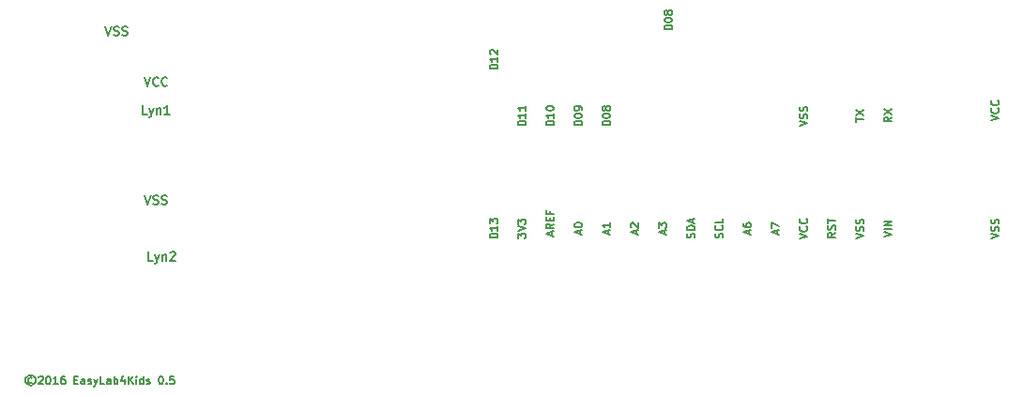
<source format=gbr>
G04 #@! TF.FileFunction,Legend,Top*
%FSLAX46Y46*%
G04 Gerber Fmt 4.6, Leading zero omitted, Abs format (unit mm)*
G04 Created by KiCad (PCBNEW 4.0.4-stable) date 11/04/16 20:48:05*
%MOMM*%
%LPD*%
G01*
G04 APERTURE LIST*
%ADD10C,0.100000*%
%ADD11C,0.175000*%
%ADD12C,0.200000*%
G04 APERTURE END LIST*
D10*
D11*
X67172667Y-36693333D02*
X67172667Y-36359999D01*
X67372667Y-36759999D02*
X66672667Y-36526666D01*
X67372667Y-36293333D01*
X67372667Y-35659999D02*
X67039333Y-35893333D01*
X67372667Y-36059999D02*
X66672667Y-36059999D01*
X66672667Y-35793333D01*
X66706000Y-35726666D01*
X66739333Y-35693333D01*
X66806000Y-35659999D01*
X66906000Y-35659999D01*
X66972667Y-35693333D01*
X67006000Y-35726666D01*
X67039333Y-35793333D01*
X67039333Y-36059999D01*
X67006000Y-35359999D02*
X67006000Y-35126666D01*
X67372667Y-35026666D02*
X67372667Y-35359999D01*
X66672667Y-35359999D01*
X66672667Y-35026666D01*
X67006000Y-34493333D02*
X67006000Y-34726666D01*
X67372667Y-34726666D02*
X66672667Y-34726666D01*
X66672667Y-34393333D01*
X87492667Y-36568000D02*
X87492667Y-36234666D01*
X87692667Y-36634666D02*
X86992667Y-36401333D01*
X87692667Y-36168000D01*
X86992667Y-36001333D02*
X86992667Y-35534666D01*
X87692667Y-35834666D01*
X84952667Y-36568000D02*
X84952667Y-36234666D01*
X85152667Y-36634666D02*
X84452667Y-36401333D01*
X85152667Y-36168000D01*
X84452667Y-35634666D02*
X84452667Y-35768000D01*
X84486000Y-35834666D01*
X84519333Y-35868000D01*
X84619333Y-35934666D01*
X84752667Y-35968000D01*
X85019333Y-35968000D01*
X85086000Y-35934666D01*
X85119333Y-35901333D01*
X85152667Y-35834666D01*
X85152667Y-35701333D01*
X85119333Y-35634666D01*
X85086000Y-35601333D01*
X85019333Y-35568000D01*
X84852667Y-35568000D01*
X84786000Y-35601333D01*
X84752667Y-35634666D01*
X84719333Y-35701333D01*
X84719333Y-35834666D01*
X84752667Y-35901333D01*
X84786000Y-35934666D01*
X84852667Y-35968000D01*
X78040667Y-18122000D02*
X77340667Y-18122000D01*
X77340667Y-17955334D01*
X77374000Y-17855334D01*
X77440667Y-17788667D01*
X77507333Y-17755334D01*
X77640667Y-17722000D01*
X77740667Y-17722000D01*
X77874000Y-17755334D01*
X77940667Y-17788667D01*
X78007333Y-17855334D01*
X78040667Y-17955334D01*
X78040667Y-18122000D01*
X77340667Y-17288667D02*
X77340667Y-17222000D01*
X77374000Y-17155334D01*
X77407333Y-17122000D01*
X77474000Y-17088667D01*
X77607333Y-17055334D01*
X77774000Y-17055334D01*
X77907333Y-17088667D01*
X77974000Y-17122000D01*
X78007333Y-17155334D01*
X78040667Y-17222000D01*
X78040667Y-17288667D01*
X78007333Y-17355334D01*
X77974000Y-17388667D01*
X77907333Y-17422000D01*
X77774000Y-17455334D01*
X77607333Y-17455334D01*
X77474000Y-17422000D01*
X77407333Y-17388667D01*
X77374000Y-17355334D01*
X77340667Y-17288667D01*
X77640667Y-16655333D02*
X77607333Y-16722000D01*
X77574000Y-16755333D01*
X77507333Y-16788667D01*
X77474000Y-16788667D01*
X77407333Y-16755333D01*
X77374000Y-16722000D01*
X77340667Y-16655333D01*
X77340667Y-16522000D01*
X77374000Y-16455333D01*
X77407333Y-16422000D01*
X77474000Y-16388667D01*
X77507333Y-16388667D01*
X77574000Y-16422000D01*
X77607333Y-16455333D01*
X77640667Y-16522000D01*
X77640667Y-16655333D01*
X77674000Y-16722000D01*
X77707333Y-16755333D01*
X77774000Y-16788667D01*
X77907333Y-16788667D01*
X77974000Y-16755333D01*
X78007333Y-16722000D01*
X78040667Y-16655333D01*
X78040667Y-16522000D01*
X78007333Y-16455333D01*
X77974000Y-16422000D01*
X77907333Y-16388667D01*
X77774000Y-16388667D01*
X77707333Y-16422000D01*
X77674000Y-16455333D01*
X77640667Y-16522000D01*
X72452667Y-26758000D02*
X71752667Y-26758000D01*
X71752667Y-26591334D01*
X71786000Y-26491334D01*
X71852667Y-26424667D01*
X71919333Y-26391334D01*
X72052667Y-26358000D01*
X72152667Y-26358000D01*
X72286000Y-26391334D01*
X72352667Y-26424667D01*
X72419333Y-26491334D01*
X72452667Y-26591334D01*
X72452667Y-26758000D01*
X71752667Y-25924667D02*
X71752667Y-25858000D01*
X71786000Y-25791334D01*
X71819333Y-25758000D01*
X71886000Y-25724667D01*
X72019333Y-25691334D01*
X72186000Y-25691334D01*
X72319333Y-25724667D01*
X72386000Y-25758000D01*
X72419333Y-25791334D01*
X72452667Y-25858000D01*
X72452667Y-25924667D01*
X72419333Y-25991334D01*
X72386000Y-26024667D01*
X72319333Y-26058000D01*
X72186000Y-26091334D01*
X72019333Y-26091334D01*
X71886000Y-26058000D01*
X71819333Y-26024667D01*
X71786000Y-25991334D01*
X71752667Y-25924667D01*
X72052667Y-25291333D02*
X72019333Y-25358000D01*
X71986000Y-25391333D01*
X71919333Y-25424667D01*
X71886000Y-25424667D01*
X71819333Y-25391333D01*
X71786000Y-25358000D01*
X71752667Y-25291333D01*
X71752667Y-25158000D01*
X71786000Y-25091333D01*
X71819333Y-25058000D01*
X71886000Y-25024667D01*
X71919333Y-25024667D01*
X71986000Y-25058000D01*
X72019333Y-25091333D01*
X72052667Y-25158000D01*
X72052667Y-25291333D01*
X72086000Y-25358000D01*
X72119333Y-25391333D01*
X72186000Y-25424667D01*
X72319333Y-25424667D01*
X72386000Y-25391333D01*
X72419333Y-25358000D01*
X72452667Y-25291333D01*
X72452667Y-25158000D01*
X72419333Y-25091333D01*
X72386000Y-25058000D01*
X72319333Y-25024667D01*
X72186000Y-25024667D01*
X72119333Y-25058000D01*
X72086000Y-25091333D01*
X72052667Y-25158000D01*
X69912667Y-26758000D02*
X69212667Y-26758000D01*
X69212667Y-26591334D01*
X69246000Y-26491334D01*
X69312667Y-26424667D01*
X69379333Y-26391334D01*
X69512667Y-26358000D01*
X69612667Y-26358000D01*
X69746000Y-26391334D01*
X69812667Y-26424667D01*
X69879333Y-26491334D01*
X69912667Y-26591334D01*
X69912667Y-26758000D01*
X69212667Y-25924667D02*
X69212667Y-25858000D01*
X69246000Y-25791334D01*
X69279333Y-25758000D01*
X69346000Y-25724667D01*
X69479333Y-25691334D01*
X69646000Y-25691334D01*
X69779333Y-25724667D01*
X69846000Y-25758000D01*
X69879333Y-25791334D01*
X69912667Y-25858000D01*
X69912667Y-25924667D01*
X69879333Y-25991334D01*
X69846000Y-26024667D01*
X69779333Y-26058000D01*
X69646000Y-26091334D01*
X69479333Y-26091334D01*
X69346000Y-26058000D01*
X69279333Y-26024667D01*
X69246000Y-25991334D01*
X69212667Y-25924667D01*
X69912667Y-25358000D02*
X69912667Y-25224667D01*
X69879333Y-25158000D01*
X69846000Y-25124667D01*
X69746000Y-25058000D01*
X69612667Y-25024667D01*
X69346000Y-25024667D01*
X69279333Y-25058000D01*
X69246000Y-25091333D01*
X69212667Y-25158000D01*
X69212667Y-25291333D01*
X69246000Y-25358000D01*
X69279333Y-25391333D01*
X69346000Y-25424667D01*
X69512667Y-25424667D01*
X69579333Y-25391333D01*
X69612667Y-25358000D01*
X69646000Y-25291333D01*
X69646000Y-25158000D01*
X69612667Y-25091333D01*
X69579333Y-25058000D01*
X69512667Y-25024667D01*
X106804667Y-36968000D02*
X107504667Y-36734667D01*
X106804667Y-36501334D01*
X107471333Y-36301334D02*
X107504667Y-36201334D01*
X107504667Y-36034667D01*
X107471333Y-35968000D01*
X107438000Y-35934667D01*
X107371333Y-35901334D01*
X107304667Y-35901334D01*
X107238000Y-35934667D01*
X107204667Y-35968000D01*
X107171333Y-36034667D01*
X107138000Y-36168000D01*
X107104667Y-36234667D01*
X107071333Y-36268000D01*
X107004667Y-36301334D01*
X106938000Y-36301334D01*
X106871333Y-36268000D01*
X106838000Y-36234667D01*
X106804667Y-36168000D01*
X106804667Y-36001334D01*
X106838000Y-35901334D01*
X107471333Y-35634667D02*
X107504667Y-35534667D01*
X107504667Y-35368000D01*
X107471333Y-35301333D01*
X107438000Y-35268000D01*
X107371333Y-35234667D01*
X107304667Y-35234667D01*
X107238000Y-35268000D01*
X107204667Y-35301333D01*
X107171333Y-35368000D01*
X107138000Y-35501333D01*
X107104667Y-35568000D01*
X107071333Y-35601333D01*
X107004667Y-35634667D01*
X106938000Y-35634667D01*
X106871333Y-35601333D01*
X106838000Y-35568000D01*
X106804667Y-35501333D01*
X106804667Y-35334667D01*
X106838000Y-35234667D01*
X106804667Y-26333333D02*
X107504667Y-26100000D01*
X106804667Y-25866667D01*
X107438000Y-25233333D02*
X107471333Y-25266667D01*
X107504667Y-25366667D01*
X107504667Y-25433333D01*
X107471333Y-25533333D01*
X107404667Y-25600000D01*
X107338000Y-25633333D01*
X107204667Y-25666667D01*
X107104667Y-25666667D01*
X106971333Y-25633333D01*
X106904667Y-25600000D01*
X106838000Y-25533333D01*
X106804667Y-25433333D01*
X106804667Y-25366667D01*
X106838000Y-25266667D01*
X106871333Y-25233333D01*
X107438000Y-24533333D02*
X107471333Y-24566667D01*
X107504667Y-24666667D01*
X107504667Y-24733333D01*
X107471333Y-24833333D01*
X107404667Y-24900000D01*
X107338000Y-24933333D01*
X107204667Y-24966667D01*
X107104667Y-24966667D01*
X106971333Y-24933333D01*
X106904667Y-24900000D01*
X106838000Y-24833333D01*
X106804667Y-24733333D01*
X106804667Y-24666667D01*
X106838000Y-24566667D01*
X106871333Y-24533333D01*
X64132667Y-36934667D02*
X64132667Y-36501334D01*
X64399333Y-36734667D01*
X64399333Y-36634667D01*
X64432667Y-36568000D01*
X64466000Y-36534667D01*
X64532667Y-36501334D01*
X64699333Y-36501334D01*
X64766000Y-36534667D01*
X64799333Y-36568000D01*
X64832667Y-36634667D01*
X64832667Y-36834667D01*
X64799333Y-36901334D01*
X64766000Y-36934667D01*
X64132667Y-36301333D02*
X64832667Y-36068000D01*
X64132667Y-35834667D01*
X64132667Y-35668000D02*
X64132667Y-35234667D01*
X64399333Y-35468000D01*
X64399333Y-35368000D01*
X64432667Y-35301333D01*
X64466000Y-35268000D01*
X64532667Y-35234667D01*
X64699333Y-35234667D01*
X64766000Y-35268000D01*
X64799333Y-35301333D01*
X64832667Y-35368000D01*
X64832667Y-35568000D01*
X64799333Y-35634667D01*
X64766000Y-35668000D01*
X92772667Y-36451333D02*
X92439333Y-36684667D01*
X92772667Y-36851333D02*
X92072667Y-36851333D01*
X92072667Y-36584667D01*
X92106000Y-36518000D01*
X92139333Y-36484667D01*
X92206000Y-36451333D01*
X92306000Y-36451333D01*
X92372667Y-36484667D01*
X92406000Y-36518000D01*
X92439333Y-36584667D01*
X92439333Y-36851333D01*
X92739333Y-36184667D02*
X92772667Y-36084667D01*
X92772667Y-35918000D01*
X92739333Y-35851333D01*
X92706000Y-35818000D01*
X92639333Y-35784667D01*
X92572667Y-35784667D01*
X92506000Y-35818000D01*
X92472667Y-35851333D01*
X92439333Y-35918000D01*
X92406000Y-36051333D01*
X92372667Y-36118000D01*
X92339333Y-36151333D01*
X92272667Y-36184667D01*
X92206000Y-36184667D01*
X92139333Y-36151333D01*
X92106000Y-36118000D01*
X92072667Y-36051333D01*
X92072667Y-35884667D01*
X92106000Y-35784667D01*
X92072667Y-35584666D02*
X92072667Y-35184666D01*
X92772667Y-35384666D02*
X92072667Y-35384666D01*
X82579333Y-36901334D02*
X82612667Y-36801334D01*
X82612667Y-36634667D01*
X82579333Y-36568000D01*
X82546000Y-36534667D01*
X82479333Y-36501334D01*
X82412667Y-36501334D01*
X82346000Y-36534667D01*
X82312667Y-36568000D01*
X82279333Y-36634667D01*
X82246000Y-36768000D01*
X82212667Y-36834667D01*
X82179333Y-36868000D01*
X82112667Y-36901334D01*
X82046000Y-36901334D01*
X81979333Y-36868000D01*
X81946000Y-36834667D01*
X81912667Y-36768000D01*
X81912667Y-36601334D01*
X81946000Y-36501334D01*
X82546000Y-35801333D02*
X82579333Y-35834667D01*
X82612667Y-35934667D01*
X82612667Y-36001333D01*
X82579333Y-36101333D01*
X82512667Y-36168000D01*
X82446000Y-36201333D01*
X82312667Y-36234667D01*
X82212667Y-36234667D01*
X82079333Y-36201333D01*
X82012667Y-36168000D01*
X81946000Y-36101333D01*
X81912667Y-36001333D01*
X81912667Y-35934667D01*
X81946000Y-35834667D01*
X81979333Y-35801333D01*
X82612667Y-35168000D02*
X82612667Y-35501333D01*
X81912667Y-35501333D01*
X20299333Y-49567333D02*
X20232667Y-49534000D01*
X20099333Y-49534000D01*
X20032667Y-49567333D01*
X19966000Y-49634000D01*
X19932667Y-49700667D01*
X19932667Y-49834000D01*
X19966000Y-49900667D01*
X20032667Y-49967333D01*
X20099333Y-50000667D01*
X20232667Y-50000667D01*
X20299333Y-49967333D01*
X20166000Y-49300667D02*
X19999333Y-49334000D01*
X19832667Y-49434000D01*
X19732667Y-49600667D01*
X19699333Y-49767333D01*
X19732667Y-49934000D01*
X19832667Y-50100667D01*
X19999333Y-50200667D01*
X20166000Y-50234000D01*
X20332667Y-50200667D01*
X20499333Y-50100667D01*
X20599333Y-49934000D01*
X20632667Y-49767333D01*
X20599333Y-49600667D01*
X20499333Y-49434000D01*
X20332667Y-49334000D01*
X20166000Y-49300667D01*
X20899333Y-49467333D02*
X20932667Y-49434000D01*
X20999333Y-49400667D01*
X21166000Y-49400667D01*
X21232667Y-49434000D01*
X21266000Y-49467333D01*
X21299333Y-49534000D01*
X21299333Y-49600667D01*
X21266000Y-49700667D01*
X20866000Y-50100667D01*
X21299333Y-50100667D01*
X21732667Y-49400667D02*
X21799334Y-49400667D01*
X21866000Y-49434000D01*
X21899334Y-49467333D01*
X21932667Y-49534000D01*
X21966000Y-49667333D01*
X21966000Y-49834000D01*
X21932667Y-49967333D01*
X21899334Y-50034000D01*
X21866000Y-50067333D01*
X21799334Y-50100667D01*
X21732667Y-50100667D01*
X21666000Y-50067333D01*
X21632667Y-50034000D01*
X21599334Y-49967333D01*
X21566000Y-49834000D01*
X21566000Y-49667333D01*
X21599334Y-49534000D01*
X21632667Y-49467333D01*
X21666000Y-49434000D01*
X21732667Y-49400667D01*
X22632667Y-50100667D02*
X22232667Y-50100667D01*
X22432667Y-50100667D02*
X22432667Y-49400667D01*
X22366001Y-49500667D01*
X22299334Y-49567333D01*
X22232667Y-49600667D01*
X23232668Y-49400667D02*
X23099334Y-49400667D01*
X23032668Y-49434000D01*
X22999334Y-49467333D01*
X22932668Y-49567333D01*
X22899334Y-49700667D01*
X22899334Y-49967333D01*
X22932668Y-50034000D01*
X22966001Y-50067333D01*
X23032668Y-50100667D01*
X23166001Y-50100667D01*
X23232668Y-50067333D01*
X23266001Y-50034000D01*
X23299334Y-49967333D01*
X23299334Y-49800667D01*
X23266001Y-49734000D01*
X23232668Y-49700667D01*
X23166001Y-49667333D01*
X23032668Y-49667333D01*
X22966001Y-49700667D01*
X22932668Y-49734000D01*
X22899334Y-49800667D01*
X24132668Y-49734000D02*
X24366001Y-49734000D01*
X24466001Y-50100667D02*
X24132668Y-50100667D01*
X24132668Y-49400667D01*
X24466001Y-49400667D01*
X25066001Y-50100667D02*
X25066001Y-49734000D01*
X25032667Y-49667333D01*
X24966001Y-49634000D01*
X24832667Y-49634000D01*
X24766001Y-49667333D01*
X25066001Y-50067333D02*
X24999334Y-50100667D01*
X24832667Y-50100667D01*
X24766001Y-50067333D01*
X24732667Y-50000667D01*
X24732667Y-49934000D01*
X24766001Y-49867333D01*
X24832667Y-49834000D01*
X24999334Y-49834000D01*
X25066001Y-49800667D01*
X25366000Y-50067333D02*
X25432667Y-50100667D01*
X25566000Y-50100667D01*
X25632667Y-50067333D01*
X25666000Y-50000667D01*
X25666000Y-49967333D01*
X25632667Y-49900667D01*
X25566000Y-49867333D01*
X25466000Y-49867333D01*
X25399334Y-49834000D01*
X25366000Y-49767333D01*
X25366000Y-49734000D01*
X25399334Y-49667333D01*
X25466000Y-49634000D01*
X25566000Y-49634000D01*
X25632667Y-49667333D01*
X25899334Y-49634000D02*
X26066001Y-50100667D01*
X26232667Y-49634000D02*
X26066001Y-50100667D01*
X25999334Y-50267333D01*
X25966001Y-50300667D01*
X25899334Y-50334000D01*
X26832667Y-50100667D02*
X26499334Y-50100667D01*
X26499334Y-49400667D01*
X27366001Y-50100667D02*
X27366001Y-49734000D01*
X27332667Y-49667333D01*
X27266001Y-49634000D01*
X27132667Y-49634000D01*
X27066001Y-49667333D01*
X27366001Y-50067333D02*
X27299334Y-50100667D01*
X27132667Y-50100667D01*
X27066001Y-50067333D01*
X27032667Y-50000667D01*
X27032667Y-49934000D01*
X27066001Y-49867333D01*
X27132667Y-49834000D01*
X27299334Y-49834000D01*
X27366001Y-49800667D01*
X27699334Y-50100667D02*
X27699334Y-49400667D01*
X27699334Y-49667333D02*
X27766000Y-49634000D01*
X27899334Y-49634000D01*
X27966000Y-49667333D01*
X27999334Y-49700667D01*
X28032667Y-49767333D01*
X28032667Y-49967333D01*
X27999334Y-50034000D01*
X27966000Y-50067333D01*
X27899334Y-50100667D01*
X27766000Y-50100667D01*
X27699334Y-50067333D01*
X28632667Y-49634000D02*
X28632667Y-50100667D01*
X28466000Y-49367333D02*
X28299333Y-49867333D01*
X28732667Y-49867333D01*
X28999334Y-50100667D02*
X28999334Y-49400667D01*
X29399334Y-50100667D02*
X29099334Y-49700667D01*
X29399334Y-49400667D02*
X28999334Y-49800667D01*
X29699334Y-50100667D02*
X29699334Y-49634000D01*
X29699334Y-49400667D02*
X29666000Y-49434000D01*
X29699334Y-49467333D01*
X29732667Y-49434000D01*
X29699334Y-49400667D01*
X29699334Y-49467333D01*
X30332667Y-50100667D02*
X30332667Y-49400667D01*
X30332667Y-50067333D02*
X30266000Y-50100667D01*
X30132667Y-50100667D01*
X30066000Y-50067333D01*
X30032667Y-50034000D01*
X29999333Y-49967333D01*
X29999333Y-49767333D01*
X30032667Y-49700667D01*
X30066000Y-49667333D01*
X30132667Y-49634000D01*
X30266000Y-49634000D01*
X30332667Y-49667333D01*
X30632666Y-50067333D02*
X30699333Y-50100667D01*
X30832666Y-50100667D01*
X30899333Y-50067333D01*
X30932666Y-50000667D01*
X30932666Y-49967333D01*
X30899333Y-49900667D01*
X30832666Y-49867333D01*
X30732666Y-49867333D01*
X30666000Y-49834000D01*
X30632666Y-49767333D01*
X30632666Y-49734000D01*
X30666000Y-49667333D01*
X30732666Y-49634000D01*
X30832666Y-49634000D01*
X30899333Y-49667333D01*
X31899333Y-49400667D02*
X31966000Y-49400667D01*
X32032666Y-49434000D01*
X32066000Y-49467333D01*
X32099333Y-49534000D01*
X32132666Y-49667333D01*
X32132666Y-49834000D01*
X32099333Y-49967333D01*
X32066000Y-50034000D01*
X32032666Y-50067333D01*
X31966000Y-50100667D01*
X31899333Y-50100667D01*
X31832666Y-50067333D01*
X31799333Y-50034000D01*
X31766000Y-49967333D01*
X31732666Y-49834000D01*
X31732666Y-49667333D01*
X31766000Y-49534000D01*
X31799333Y-49467333D01*
X31832666Y-49434000D01*
X31899333Y-49400667D01*
X32432667Y-50034000D02*
X32466000Y-50067333D01*
X32432667Y-50100667D01*
X32399333Y-50067333D01*
X32432667Y-50034000D01*
X32432667Y-50100667D01*
X33099333Y-49400667D02*
X32766000Y-49400667D01*
X32732666Y-49734000D01*
X32766000Y-49700667D01*
X32832666Y-49667333D01*
X32999333Y-49667333D01*
X33066000Y-49700667D01*
X33099333Y-49734000D01*
X33132666Y-49800667D01*
X33132666Y-49967333D01*
X33099333Y-50034000D01*
X33066000Y-50067333D01*
X32999333Y-50100667D01*
X32832666Y-50100667D01*
X32766000Y-50067333D01*
X32732666Y-50034000D01*
X80039333Y-36918000D02*
X80072667Y-36818000D01*
X80072667Y-36651333D01*
X80039333Y-36584666D01*
X80006000Y-36551333D01*
X79939333Y-36518000D01*
X79872667Y-36518000D01*
X79806000Y-36551333D01*
X79772667Y-36584666D01*
X79739333Y-36651333D01*
X79706000Y-36784666D01*
X79672667Y-36851333D01*
X79639333Y-36884666D01*
X79572667Y-36918000D01*
X79506000Y-36918000D01*
X79439333Y-36884666D01*
X79406000Y-36851333D01*
X79372667Y-36784666D01*
X79372667Y-36618000D01*
X79406000Y-36518000D01*
X80072667Y-36217999D02*
X79372667Y-36217999D01*
X79372667Y-36051333D01*
X79406000Y-35951333D01*
X79472667Y-35884666D01*
X79539333Y-35851333D01*
X79672667Y-35817999D01*
X79772667Y-35817999D01*
X79906000Y-35851333D01*
X79972667Y-35884666D01*
X80039333Y-35951333D01*
X80072667Y-36051333D01*
X80072667Y-36217999D01*
X79872667Y-35551333D02*
X79872667Y-35217999D01*
X80072667Y-35617999D02*
X79372667Y-35384666D01*
X80072667Y-35151333D01*
X97152667Y-36834666D02*
X97852667Y-36601333D01*
X97152667Y-36368000D01*
X97852667Y-36134666D02*
X97152667Y-36134666D01*
X97852667Y-35801333D02*
X97152667Y-35801333D01*
X97852667Y-35401333D01*
X97152667Y-35401333D01*
X89532667Y-26808000D02*
X90232667Y-26574667D01*
X89532667Y-26341334D01*
X90199333Y-26141334D02*
X90232667Y-26041334D01*
X90232667Y-25874667D01*
X90199333Y-25808000D01*
X90166000Y-25774667D01*
X90099333Y-25741334D01*
X90032667Y-25741334D01*
X89966000Y-25774667D01*
X89932667Y-25808000D01*
X89899333Y-25874667D01*
X89866000Y-26008000D01*
X89832667Y-26074667D01*
X89799333Y-26108000D01*
X89732667Y-26141334D01*
X89666000Y-26141334D01*
X89599333Y-26108000D01*
X89566000Y-26074667D01*
X89532667Y-26008000D01*
X89532667Y-25841334D01*
X89566000Y-25741334D01*
X90199333Y-25474667D02*
X90232667Y-25374667D01*
X90232667Y-25208000D01*
X90199333Y-25141333D01*
X90166000Y-25108000D01*
X90099333Y-25074667D01*
X90032667Y-25074667D01*
X89966000Y-25108000D01*
X89932667Y-25141333D01*
X89899333Y-25208000D01*
X89866000Y-25341333D01*
X89832667Y-25408000D01*
X89799333Y-25441333D01*
X89732667Y-25474667D01*
X89666000Y-25474667D01*
X89599333Y-25441333D01*
X89566000Y-25408000D01*
X89532667Y-25341333D01*
X89532667Y-25174667D01*
X89566000Y-25074667D01*
X97852667Y-26024666D02*
X97519333Y-26258000D01*
X97852667Y-26424666D02*
X97152667Y-26424666D01*
X97152667Y-26158000D01*
X97186000Y-26091333D01*
X97219333Y-26058000D01*
X97286000Y-26024666D01*
X97386000Y-26024666D01*
X97452667Y-26058000D01*
X97486000Y-26091333D01*
X97519333Y-26158000D01*
X97519333Y-26424666D01*
X97152667Y-25791333D02*
X97852667Y-25324666D01*
X97152667Y-25324666D02*
X97852667Y-25791333D01*
X94612667Y-26441333D02*
X94612667Y-26041333D01*
X95312667Y-26241333D02*
X94612667Y-26241333D01*
X94612667Y-25874667D02*
X95312667Y-25408000D01*
X94612667Y-25408000D02*
X95312667Y-25874667D01*
X94612667Y-36968000D02*
X95312667Y-36734667D01*
X94612667Y-36501334D01*
X95279333Y-36301334D02*
X95312667Y-36201334D01*
X95312667Y-36034667D01*
X95279333Y-35968000D01*
X95246000Y-35934667D01*
X95179333Y-35901334D01*
X95112667Y-35901334D01*
X95046000Y-35934667D01*
X95012667Y-35968000D01*
X94979333Y-36034667D01*
X94946000Y-36168000D01*
X94912667Y-36234667D01*
X94879333Y-36268000D01*
X94812667Y-36301334D01*
X94746000Y-36301334D01*
X94679333Y-36268000D01*
X94646000Y-36234667D01*
X94612667Y-36168000D01*
X94612667Y-36001334D01*
X94646000Y-35901334D01*
X95279333Y-35634667D02*
X95312667Y-35534667D01*
X95312667Y-35368000D01*
X95279333Y-35301333D01*
X95246000Y-35268000D01*
X95179333Y-35234667D01*
X95112667Y-35234667D01*
X95046000Y-35268000D01*
X95012667Y-35301333D01*
X94979333Y-35368000D01*
X94946000Y-35501333D01*
X94912667Y-35568000D01*
X94879333Y-35601333D01*
X94812667Y-35634667D01*
X94746000Y-35634667D01*
X94679333Y-35601333D01*
X94646000Y-35568000D01*
X94612667Y-35501333D01*
X94612667Y-35334667D01*
X94646000Y-35234667D01*
X89532667Y-37001333D02*
X90232667Y-36768000D01*
X89532667Y-36534667D01*
X90166000Y-35901333D02*
X90199333Y-35934667D01*
X90232667Y-36034667D01*
X90232667Y-36101333D01*
X90199333Y-36201333D01*
X90132667Y-36268000D01*
X90066000Y-36301333D01*
X89932667Y-36334667D01*
X89832667Y-36334667D01*
X89699333Y-36301333D01*
X89632667Y-36268000D01*
X89566000Y-36201333D01*
X89532667Y-36101333D01*
X89532667Y-36034667D01*
X89566000Y-35934667D01*
X89599333Y-35901333D01*
X90166000Y-35201333D02*
X90199333Y-35234667D01*
X90232667Y-35334667D01*
X90232667Y-35401333D01*
X90199333Y-35501333D01*
X90132667Y-35568000D01*
X90066000Y-35601333D01*
X89932667Y-35634667D01*
X89832667Y-35634667D01*
X89699333Y-35601333D01*
X89632667Y-35568000D01*
X89566000Y-35501333D01*
X89532667Y-35401333D01*
X89532667Y-35334667D01*
X89566000Y-35234667D01*
X89599333Y-35201333D01*
X77332667Y-36568000D02*
X77332667Y-36234666D01*
X77532667Y-36634666D02*
X76832667Y-36401333D01*
X77532667Y-36168000D01*
X76832667Y-36001333D02*
X76832667Y-35568000D01*
X77099333Y-35801333D01*
X77099333Y-35701333D01*
X77132667Y-35634666D01*
X77166000Y-35601333D01*
X77232667Y-35568000D01*
X77399333Y-35568000D01*
X77466000Y-35601333D01*
X77499333Y-35634666D01*
X77532667Y-35701333D01*
X77532667Y-35901333D01*
X77499333Y-35968000D01*
X77466000Y-36001333D01*
X74792667Y-36568000D02*
X74792667Y-36234666D01*
X74992667Y-36634666D02*
X74292667Y-36401333D01*
X74992667Y-36168000D01*
X74359333Y-35968000D02*
X74326000Y-35934666D01*
X74292667Y-35868000D01*
X74292667Y-35701333D01*
X74326000Y-35634666D01*
X74359333Y-35601333D01*
X74426000Y-35568000D01*
X74492667Y-35568000D01*
X74592667Y-35601333D01*
X74992667Y-36001333D01*
X74992667Y-35568000D01*
X72252667Y-36568000D02*
X72252667Y-36234666D01*
X72452667Y-36634666D02*
X71752667Y-36401333D01*
X72452667Y-36168000D01*
X72452667Y-35568000D02*
X72452667Y-35968000D01*
X72452667Y-35768000D02*
X71752667Y-35768000D01*
X71852667Y-35834666D01*
X71919333Y-35901333D01*
X71952667Y-35968000D01*
X69712667Y-36568000D02*
X69712667Y-36234666D01*
X69912667Y-36634666D02*
X69212667Y-36401333D01*
X69912667Y-36168000D01*
X69212667Y-35801333D02*
X69212667Y-35734666D01*
X69246000Y-35668000D01*
X69279333Y-35634666D01*
X69346000Y-35601333D01*
X69479333Y-35568000D01*
X69646000Y-35568000D01*
X69779333Y-35601333D01*
X69846000Y-35634666D01*
X69879333Y-35668000D01*
X69912667Y-35734666D01*
X69912667Y-35801333D01*
X69879333Y-35868000D01*
X69846000Y-35901333D01*
X69779333Y-35934666D01*
X69646000Y-35968000D01*
X69479333Y-35968000D01*
X69346000Y-35934666D01*
X69279333Y-35901333D01*
X69246000Y-35868000D01*
X69212667Y-35801333D01*
X62292667Y-36918000D02*
X61592667Y-36918000D01*
X61592667Y-36751334D01*
X61626000Y-36651334D01*
X61692667Y-36584667D01*
X61759333Y-36551334D01*
X61892667Y-36518000D01*
X61992667Y-36518000D01*
X62126000Y-36551334D01*
X62192667Y-36584667D01*
X62259333Y-36651334D01*
X62292667Y-36751334D01*
X62292667Y-36918000D01*
X62292667Y-35851334D02*
X62292667Y-36251334D01*
X62292667Y-36051334D02*
X61592667Y-36051334D01*
X61692667Y-36118000D01*
X61759333Y-36184667D01*
X61792667Y-36251334D01*
X61592667Y-35618000D02*
X61592667Y-35184667D01*
X61859333Y-35418000D01*
X61859333Y-35318000D01*
X61892667Y-35251333D01*
X61926000Y-35218000D01*
X61992667Y-35184667D01*
X62159333Y-35184667D01*
X62226000Y-35218000D01*
X62259333Y-35251333D01*
X62292667Y-35318000D01*
X62292667Y-35518000D01*
X62259333Y-35584667D01*
X62226000Y-35618000D01*
X67372667Y-26758000D02*
X66672667Y-26758000D01*
X66672667Y-26591334D01*
X66706000Y-26491334D01*
X66772667Y-26424667D01*
X66839333Y-26391334D01*
X66972667Y-26358000D01*
X67072667Y-26358000D01*
X67206000Y-26391334D01*
X67272667Y-26424667D01*
X67339333Y-26491334D01*
X67372667Y-26591334D01*
X67372667Y-26758000D01*
X67372667Y-25691334D02*
X67372667Y-26091334D01*
X67372667Y-25891334D02*
X66672667Y-25891334D01*
X66772667Y-25958000D01*
X66839333Y-26024667D01*
X66872667Y-26091334D01*
X66672667Y-25258000D02*
X66672667Y-25191333D01*
X66706000Y-25124667D01*
X66739333Y-25091333D01*
X66806000Y-25058000D01*
X66939333Y-25024667D01*
X67106000Y-25024667D01*
X67239333Y-25058000D01*
X67306000Y-25091333D01*
X67339333Y-25124667D01*
X67372667Y-25191333D01*
X67372667Y-25258000D01*
X67339333Y-25324667D01*
X67306000Y-25358000D01*
X67239333Y-25391333D01*
X67106000Y-25424667D01*
X66939333Y-25424667D01*
X66806000Y-25391333D01*
X66739333Y-25358000D01*
X66706000Y-25324667D01*
X66672667Y-25258000D01*
X64832667Y-26758000D02*
X64132667Y-26758000D01*
X64132667Y-26591334D01*
X64166000Y-26491334D01*
X64232667Y-26424667D01*
X64299333Y-26391334D01*
X64432667Y-26358000D01*
X64532667Y-26358000D01*
X64666000Y-26391334D01*
X64732667Y-26424667D01*
X64799333Y-26491334D01*
X64832667Y-26591334D01*
X64832667Y-26758000D01*
X64832667Y-25691334D02*
X64832667Y-26091334D01*
X64832667Y-25891334D02*
X64132667Y-25891334D01*
X64232667Y-25958000D01*
X64299333Y-26024667D01*
X64332667Y-26091334D01*
X64832667Y-25024667D02*
X64832667Y-25424667D01*
X64832667Y-25224667D02*
X64132667Y-25224667D01*
X64232667Y-25291333D01*
X64299333Y-25358000D01*
X64332667Y-25424667D01*
X62292667Y-21678000D02*
X61592667Y-21678000D01*
X61592667Y-21511334D01*
X61626000Y-21411334D01*
X61692667Y-21344667D01*
X61759333Y-21311334D01*
X61892667Y-21278000D01*
X61992667Y-21278000D01*
X62126000Y-21311334D01*
X62192667Y-21344667D01*
X62259333Y-21411334D01*
X62292667Y-21511334D01*
X62292667Y-21678000D01*
X62292667Y-20611334D02*
X62292667Y-21011334D01*
X62292667Y-20811334D02*
X61592667Y-20811334D01*
X61692667Y-20878000D01*
X61759333Y-20944667D01*
X61792667Y-21011334D01*
X61659333Y-20344667D02*
X61626000Y-20311333D01*
X61592667Y-20244667D01*
X61592667Y-20078000D01*
X61626000Y-20011333D01*
X61659333Y-19978000D01*
X61726000Y-19944667D01*
X61792667Y-19944667D01*
X61892667Y-19978000D01*
X62292667Y-20378000D01*
X62292667Y-19944667D01*
D12*
X26911428Y-17849905D02*
X27178095Y-18649905D01*
X27444762Y-17849905D01*
X27673333Y-18611810D02*
X27787619Y-18649905D01*
X27978095Y-18649905D01*
X28054285Y-18611810D01*
X28092381Y-18573714D01*
X28130476Y-18497524D01*
X28130476Y-18421333D01*
X28092381Y-18345143D01*
X28054285Y-18307048D01*
X27978095Y-18268952D01*
X27825714Y-18230857D01*
X27749523Y-18192762D01*
X27711428Y-18154667D01*
X27673333Y-18078476D01*
X27673333Y-18002286D01*
X27711428Y-17926095D01*
X27749523Y-17888000D01*
X27825714Y-17849905D01*
X28016190Y-17849905D01*
X28130476Y-17888000D01*
X28435238Y-18611810D02*
X28549524Y-18649905D01*
X28740000Y-18649905D01*
X28816190Y-18611810D01*
X28854286Y-18573714D01*
X28892381Y-18497524D01*
X28892381Y-18421333D01*
X28854286Y-18345143D01*
X28816190Y-18307048D01*
X28740000Y-18268952D01*
X28587619Y-18230857D01*
X28511428Y-18192762D01*
X28473333Y-18154667D01*
X28435238Y-18078476D01*
X28435238Y-18002286D01*
X28473333Y-17926095D01*
X28511428Y-17888000D01*
X28587619Y-17849905D01*
X28778095Y-17849905D01*
X28892381Y-17888000D01*
X30429333Y-22421905D02*
X30696000Y-23221905D01*
X30962667Y-22421905D01*
X31686476Y-23145714D02*
X31648381Y-23183810D01*
X31534095Y-23221905D01*
X31457905Y-23221905D01*
X31343619Y-23183810D01*
X31267428Y-23107619D01*
X31229333Y-23031429D01*
X31191238Y-22879048D01*
X31191238Y-22764762D01*
X31229333Y-22612381D01*
X31267428Y-22536190D01*
X31343619Y-22460000D01*
X31457905Y-22421905D01*
X31534095Y-22421905D01*
X31648381Y-22460000D01*
X31686476Y-22498095D01*
X32486476Y-23145714D02*
X32448381Y-23183810D01*
X32334095Y-23221905D01*
X32257905Y-23221905D01*
X32143619Y-23183810D01*
X32067428Y-23107619D01*
X32029333Y-23031429D01*
X31991238Y-22879048D01*
X31991238Y-22764762D01*
X32029333Y-22612381D01*
X32067428Y-22536190D01*
X32143619Y-22460000D01*
X32257905Y-22421905D01*
X32334095Y-22421905D01*
X32448381Y-22460000D01*
X32486476Y-22498095D01*
X30467428Y-33089905D02*
X30734095Y-33889905D01*
X31000762Y-33089905D01*
X31229333Y-33851810D02*
X31343619Y-33889905D01*
X31534095Y-33889905D01*
X31610285Y-33851810D01*
X31648381Y-33813714D01*
X31686476Y-33737524D01*
X31686476Y-33661333D01*
X31648381Y-33585143D01*
X31610285Y-33547048D01*
X31534095Y-33508952D01*
X31381714Y-33470857D01*
X31305523Y-33432762D01*
X31267428Y-33394667D01*
X31229333Y-33318476D01*
X31229333Y-33242286D01*
X31267428Y-33166095D01*
X31305523Y-33128000D01*
X31381714Y-33089905D01*
X31572190Y-33089905D01*
X31686476Y-33128000D01*
X31991238Y-33851810D02*
X32105524Y-33889905D01*
X32296000Y-33889905D01*
X32372190Y-33851810D01*
X32410286Y-33813714D01*
X32448381Y-33737524D01*
X32448381Y-33661333D01*
X32410286Y-33585143D01*
X32372190Y-33547048D01*
X32296000Y-33508952D01*
X32143619Y-33470857D01*
X32067428Y-33432762D01*
X32029333Y-33394667D01*
X31991238Y-33318476D01*
X31991238Y-33242286D01*
X32029333Y-33166095D01*
X32067428Y-33128000D01*
X32143619Y-33089905D01*
X32334095Y-33089905D01*
X32448381Y-33128000D01*
X31204000Y-38969905D02*
X30823047Y-38969905D01*
X30823047Y-38169905D01*
X31394476Y-38436571D02*
X31584952Y-38969905D01*
X31775428Y-38436571D02*
X31584952Y-38969905D01*
X31508761Y-39160381D01*
X31470666Y-39198476D01*
X31394476Y-39236571D01*
X32080190Y-38436571D02*
X32080190Y-38969905D01*
X32080190Y-38512762D02*
X32118285Y-38474667D01*
X32194476Y-38436571D01*
X32308762Y-38436571D01*
X32384952Y-38474667D01*
X32423047Y-38550857D01*
X32423047Y-38969905D01*
X32765905Y-38246095D02*
X32804000Y-38208000D01*
X32880191Y-38169905D01*
X33070667Y-38169905D01*
X33146857Y-38208000D01*
X33184953Y-38246095D01*
X33223048Y-38322286D01*
X33223048Y-38398476D01*
X33184953Y-38512762D01*
X32727810Y-38969905D01*
X33223048Y-38969905D01*
X30696000Y-25761905D02*
X30315047Y-25761905D01*
X30315047Y-24961905D01*
X30886476Y-25228571D02*
X31076952Y-25761905D01*
X31267428Y-25228571D02*
X31076952Y-25761905D01*
X31000761Y-25952381D01*
X30962666Y-25990476D01*
X30886476Y-26028571D01*
X31572190Y-25228571D02*
X31572190Y-25761905D01*
X31572190Y-25304762D02*
X31610285Y-25266667D01*
X31686476Y-25228571D01*
X31800762Y-25228571D01*
X31876952Y-25266667D01*
X31915047Y-25342857D01*
X31915047Y-25761905D01*
X32715048Y-25761905D02*
X32257905Y-25761905D01*
X32486476Y-25761905D02*
X32486476Y-24961905D01*
X32410286Y-25076190D01*
X32334095Y-25152381D01*
X32257905Y-25190476D01*
M02*

</source>
